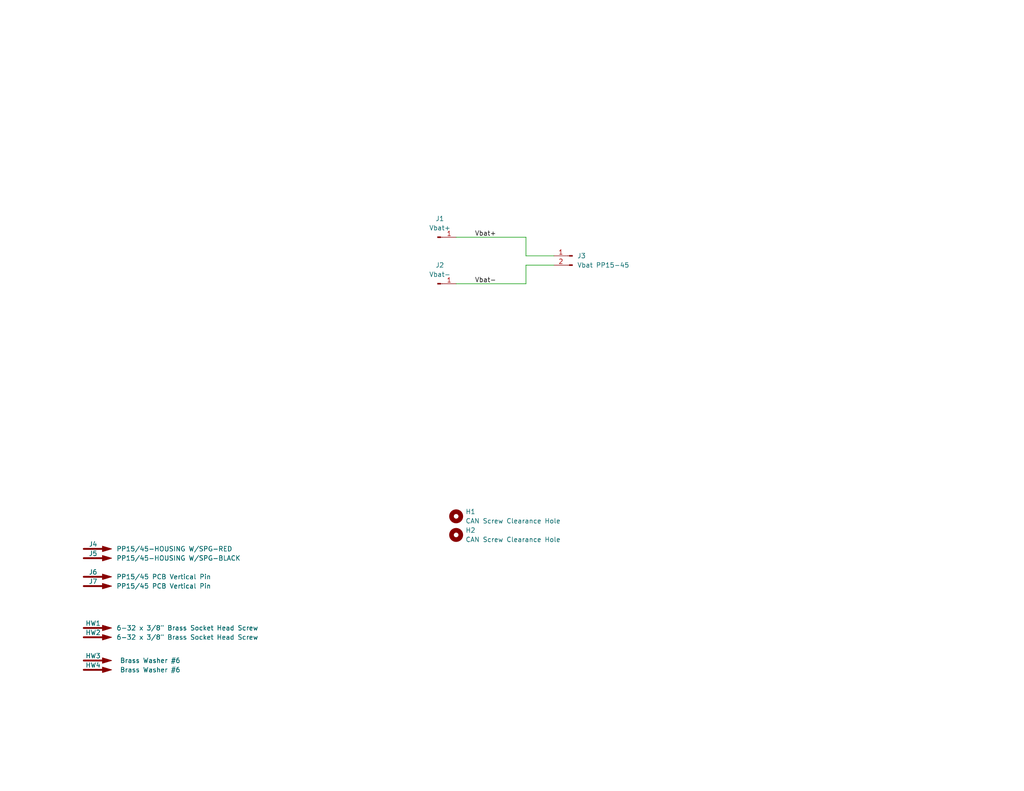
<source format=kicad_sch>
(kicad_sch (version 20230121) (generator eeschema)
  (paper "A")
  (title_block (title "Kraken Power Adapter") (date "2023-12-28") (rev "1") (company "971 Spartan Robotics"))
  (lib_symbols
    (symbol "Connector:Conn_01x01_Pin" (pin_names (offset 1.016) hide)
      (property "Reference" "J" (at 0 2.54 0))
      (property "Value" "Conn_01x01_Pin" (at 0 -2.54 0))
      (symbol "Conn_01x01_Pin_1_1"
        (polyline (pts (xy 1.27 0) (xy 0.8636 0)) (stroke (width 0.1524)))
        (rectangle (start 0.8636 0.127) (end 0 -0.127) (stroke (width 0.1524)) (fill (type outline)))
        (pin passive line (at 5.08 0 180) (length 3.81) (name "Pin_1") (number "1"))
      )
    )
    (symbol "Connector:Conn_01x02_Pin" (pin_names (offset 1.016) hide)
      (property "Reference" "J" (at 0 2.54 0))
      (property "Value" "Conn_01x02_Pin" (at 0 -5.08 0))
      (symbol "Conn_01x02_Pin_1_1"
        (polyline (pts (xy 1.27 -2.54) (xy 0.8636 -2.54)) (stroke (width 0.1524)))
        (polyline (pts (xy 1.27 0) (xy 0.8636 0)) (stroke (width 0.1524)))
        (rectangle (start 0.8636 -2.413) (end 0 -2.667) (stroke (width 0.1524)) (fill (type outline)))
        (rectangle (start 0.8636 0.127) (end 0 -0.127) (stroke (width 0.1524)) (fill (type outline)))
        (pin passive line (at 5.08 0 180) (length 3.81) (name "Pin_1") (number "1"))
        (pin passive line (at 5.08 -2.54 180) (length 3.81) (name "Pin_2") (number "2"))
      )
    )
    (symbol "Graphic:SYM_Arrow_Large" (in_bom no) (on_board no)
      (symbol "SYM_Arrow_Large_0_1"
        (polyline (pts (xy 2.54 0) (xy -3.81 0)) (stroke (width 0.508)))
        (polyline (pts (xy 3.81 0) (xy 1.27 -0.762) (xy 1.27 0.762) (xy 3.81 0)) (fill (type outline)))
      )
    )
    (symbol "Mechanical:MountingHole" (pin_names (offset 1.016))
      (property "Reference" "H" (at 0 5.08 0))
      (property "Value" "MountingHole" (at 0 3.175 0))
      (symbol "MountingHole_0_1"
        (circle (center 0 0) (radius 1.27) (stroke (width 1.27)))
      )
    )
  )
  (wire (pts (xy 151.13 72.39) (xy 143.51 72.39)))
  (wire (pts (xy 124.46 64.77) (xy 143.51 64.77)))
  (wire (pts (xy 151.13 69.85) (xy 143.51 69.85)))
  (wire (pts (xy 124.46 77.47) (xy 143.51 77.47)))
  (wire (pts (xy 143.51 69.85) (xy 143.51 64.77)))
  (wire (pts (xy 143.51 72.39) (xy 143.51 77.47)))
  (label "Vbat+" (at 129.54 64.77 0))
  (label "Vbat-" (at 129.54 77.47 0))
  (symbol (lib_id "Graphic:SYM_Arrow_Large") (at 26.67 171.45 0) (unit 1) (on_board no)
    (property "Reference" "HW1" (at 25.4 170.18 0))
    (property "Value" "6-32 x 3/8\" Brass Socket Head Screw" (at 31.75 171.45 0) (effects (justify left)))
    (property "Datasheet" "https://www.mcmaster.com/93465A147/" (effects hide))
    (property "MFG" "McMaster-Carr" (effects hide))
    (property "MFG P/N" "93465A147" (effects hide))
  )
  (symbol (lib_id "Mechanical:MountingHole") (at 124.46 146.05 0) (unit 1) (in_bom no)
    (property "Reference" "H2" (at 127 144.78 0) (effects (justify left)))
    (property "Value" "CAN Screw Clearance Hole" (at 127 147.32 0) (effects (justify left)))
    (property "Footprint" "MountingHole:MountingHole_5mm" (effects hide))
  )
  (symbol (lib_id "Graphic:SYM_Arrow_Large") (at 26.67 180.34 0) (unit 1) (on_board no)
    (property "Reference" "HW3" (at 25.4 179.07 0))
    (property "Value" " Brass Washer #6" (at 31.75 180.34 0) (effects (justify left)))
    (property "Datasheet" "https://www.mcmaster.com/92916A325/" (effects hide))
    (property "MFG" "McMaster-Carr" (effects hide))
    (property "MFG P/N" "92916A325" (effects hide))
  )
  (symbol (lib_id "Mechanical:MountingHole") (at 124.46 140.97 0) (unit 1) (in_bom no)
    (property "Reference" "H1" (at 127 139.7 0) (effects (justify left)))
    (property "Value" "CAN Screw Clearance Hole" (at 127 142.24 0) (effects (justify left)))
    (property "Footprint" "MountingHole:MountingHole_5mm" (effects hide))
  )
  (symbol (lib_id "Graphic:SYM_Arrow_Large") (at 26.67 149.86 0) (unit 1) (on_board no)
    (property "Reference" "J4" (at 25.4 148.59 0))
    (property "Value" "PP15/45-HOUSING W/SPG-RED" (at 31.75 149.86 0) (effects (justify left)))
    (property "Datasheet" "Components/1-9597s1.pdf" (effects hide))
    (property "MFG" "Anderson Power Products" (effects hide))
    (property "MFG P/N" "1327" (effects hide))
    (property "DIST" "Digikey" (effects hide))
    (property "DIST P/N" "2243-1327-ND" (effects hide))
  )
  (symbol (lib_id "Graphic:SYM_Arrow_Large") (at 26.67 157.48 0) (unit 1) (on_board no)
    (property "Reference" "J6" (at 25.4 156.21 0))
    (property "Value" "PP15/45 PCB Vertical Pin" (at 31.75 157.48 0) (effects (justify left)))
    (property "Datasheet" "Components/b02021s.pdf" (effects hide))
    (property "MFG" "Anderson Power Products" (effects hide))
    (property "MFG P/N" "1335G1" (effects hide))
    (property "DIST" "Digikey" (effects hide))
    (property "DIST P/N" "2243-1335G1-ND" (effects hide))
  )
  (symbol (lib_id "Graphic:SYM_Arrow_Large") (at 26.67 182.88 0) (unit 1) (on_board no)
    (property "Reference" "HW4" (at 25.4 181.61 0))
    (property "Value" " Brass Washer #6" (at 31.75 182.88 0) (effects (justify left)))
    (property "Datasheet" "https://www.mcmaster.com/92916A325/" (effects hide))
    (property "MFG" "McMaster-Carr" (effects hide))
    (property "MFG P/N" "92916A325" (effects hide))
  )
  (symbol (lib_id "Graphic:SYM_Arrow_Large") (at 26.67 173.99 0) (unit 1) (on_board no)
    (property "Reference" "HW2" (at 25.4 172.72 0))
    (property "Value" "6-32 x 3/8\" Brass Socket Head Screw" (at 31.75 173.99 0) (effects (justify left)))
    (property "Datasheet" "https://www.mcmaster.com/93465A147/" (effects hide))
    (property "MFG" "McMaster-Carr" (effects hide))
    (property "MFG P/N" "93465A147" (effects hide))
  )
  (symbol (lib_id "Connector:Conn_01x01_Pin") (at 119.38 77.47 0) (unit 1) (in_bom no)
    (property "Reference" "J2" (at 120.015 72.39 0))
    (property "Value" "Vbat-" (at 120.015 74.93 0))
    (property "Footprint" "kraken-adapter:ScrewTerminal-#6" (effects hide))
  )
  (symbol (lib_id "Connector:Conn_01x01_Pin") (at 119.38 64.77 0) (unit 1) (in_bom no)
    (property "Reference" "J1" (at 120.015 59.69 0))
    (property "Value" "Vbat+" (at 120.015 62.23 0))
    (property "Footprint" "kraken-adapter:ScrewTerminal-#6" (effects hide))
  )
  (symbol (lib_id "Graphic:SYM_Arrow_Large") (at 26.67 160.02 0) (unit 1) (on_board no)
    (property "Reference" "J7" (at 25.4 158.75 0))
    (property "Value" "PP15/45 PCB Vertical Pin" (at 31.75 160.02 0) (effects (justify left)))
    (property "Datasheet" "Components/b02021s.pdf" (effects hide))
    (property "MFG" "Anderson Power Products" (effects hide))
    (property "MFG P/N" "1335G1" (effects hide))
    (property "DIST" "Digikey" (effects hide))
    (property "DIST P/N" "2243-1335G1-ND" (effects hide))
  )
  (symbol (lib_id "Connector:Conn_01x02_Pin") (at 156.21 69.85 0) (mirror y) (unit 1) (in_bom no)
    (property "Reference" "J3" (at 157.48 69.85 0) (effects (justify right)))
    (property "Value" "Vbat PP15-45" (at 157.48 72.39 0) (effects (justify right)))
    (property "Footprint" "kraken-adapter:Dual-stacked-1335G1" (effects hide))
  )
  (symbol (lib_id "Graphic:SYM_Arrow_Large") (at 26.67 152.4 0) (unit 1) (on_board no)
    (property "Reference" "J5" (at 25.4 151.13 0))
    (property "Value" "PP15/45-HOUSING W/SPG-BLACK" (at 31.75 152.4 0) (effects (justify left)))
    (property "Datasheet" "Components/1-9597s1.pdf" (effects hide))
    (property "MFG" "Anderson Power Products" (effects hide))
    (property "MFG P/N" "1327G6" (effects hide))
    (property "DIST" "Digikey" (effects hide))
    (property "DIST P/N" "2243-1327G6-ND" (effects hide))
  )
)
</source>
